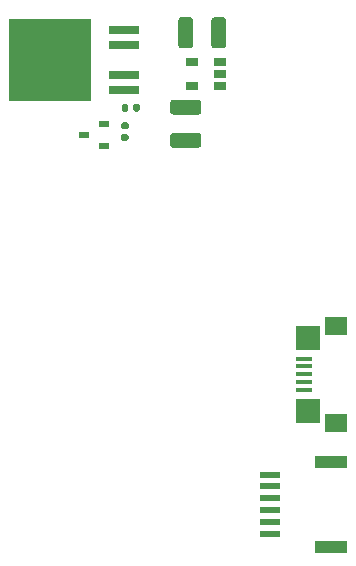
<source format=gbr>
G04 #@! TF.GenerationSoftware,KiCad,Pcbnew,(5.1.6-0-10_14)*
G04 #@! TF.CreationDate,2020-07-22T10:43:18+09:00*
G04 #@! TF.ProjectId,signaltower_host,7369676e-616c-4746-9f77-65725f686f73,rev?*
G04 #@! TF.SameCoordinates,Original*
G04 #@! TF.FileFunction,Paste,Top*
G04 #@! TF.FilePolarity,Positive*
%FSLAX46Y46*%
G04 Gerber Fmt 4.6, Leading zero omitted, Abs format (unit mm)*
G04 Created by KiCad (PCBNEW (5.1.6-0-10_14)) date 2020-07-22 10:43:18*
%MOMM*%
%LPD*%
G01*
G04 APERTURE LIST*
%ADD10R,2.800000X1.000000*%
%ADD11R,1.700000X0.600000*%
%ADD12R,7.000000X7.000000*%
%ADD13R,2.500000X0.760000*%
%ADD14R,0.900000X0.600000*%
%ADD15R,1.350000X0.400000*%
%ADD16R,1.900000X1.600000*%
%ADD17R,2.000000X2.100000*%
%ADD18R,1.000000X0.800000*%
%ADD19R,1.000000X0.700000*%
G04 APERTURE END LIST*
D10*
X132200000Y-90200000D03*
X132200000Y-97400000D03*
D11*
X127050000Y-91300000D03*
X127050000Y-92300000D03*
X127050000Y-93300000D03*
X127050000Y-94300000D03*
X127050000Y-95300000D03*
X127050000Y-96300000D03*
D12*
X108400000Y-56200000D03*
D13*
X114650000Y-57470000D03*
X114650000Y-58740000D03*
X114650000Y-53660000D03*
X114650000Y-54930000D03*
D14*
X111300000Y-62550000D03*
X113000000Y-61600000D03*
X113000000Y-63500000D03*
D15*
X129925000Y-83450000D03*
X129925000Y-82800000D03*
X129925000Y-82150000D03*
X129925000Y-84100000D03*
D16*
X132600000Y-78700000D03*
D17*
X130250000Y-79700000D03*
D16*
X132600000Y-86900000D03*
D15*
X129925000Y-81500000D03*
D17*
X130250000Y-85900000D03*
D18*
X120400000Y-58400000D03*
X120400000Y-56400000D03*
X122800000Y-56400000D03*
X122800000Y-58400000D03*
D19*
X122800000Y-57400000D03*
G36*
G01*
X115060000Y-60077500D02*
X115060000Y-60422500D01*
G75*
G02*
X114912500Y-60570000I-147500J0D01*
G01*
X114617500Y-60570000D01*
G75*
G02*
X114470000Y-60422500I0J147500D01*
G01*
X114470000Y-60077500D01*
G75*
G02*
X114617500Y-59930000I147500J0D01*
G01*
X114912500Y-59930000D01*
G75*
G02*
X115060000Y-60077500I0J-147500D01*
G01*
G37*
G36*
G01*
X116030000Y-60077500D02*
X116030000Y-60422500D01*
G75*
G02*
X115882500Y-60570000I-147500J0D01*
G01*
X115587500Y-60570000D01*
G75*
G02*
X115440000Y-60422500I0J147500D01*
G01*
X115440000Y-60077500D01*
G75*
G02*
X115587500Y-59930000I147500J0D01*
G01*
X115882500Y-59930000D01*
G75*
G02*
X116030000Y-60077500I0J-147500D01*
G01*
G37*
G36*
G01*
X114922500Y-62075000D02*
X114577500Y-62075000D01*
G75*
G02*
X114430000Y-61927500I0J147500D01*
G01*
X114430000Y-61632500D01*
G75*
G02*
X114577500Y-61485000I147500J0D01*
G01*
X114922500Y-61485000D01*
G75*
G02*
X115070000Y-61632500I0J-147500D01*
G01*
X115070000Y-61927500D01*
G75*
G02*
X114922500Y-62075000I-147500J0D01*
G01*
G37*
G36*
G01*
X114922500Y-63045000D02*
X114577500Y-63045000D01*
G75*
G02*
X114430000Y-62897500I0J147500D01*
G01*
X114430000Y-62602500D01*
G75*
G02*
X114577500Y-62455000I147500J0D01*
G01*
X114922500Y-62455000D01*
G75*
G02*
X115070000Y-62602500I0J-147500D01*
G01*
X115070000Y-62897500D01*
G75*
G02*
X114922500Y-63045000I-147500J0D01*
G01*
G37*
G36*
G01*
X122075000Y-54975000D02*
X122075000Y-52825000D01*
G75*
G02*
X122325000Y-52575000I250000J0D01*
G01*
X123075000Y-52575000D01*
G75*
G02*
X123325000Y-52825000I0J-250000D01*
G01*
X123325000Y-54975000D01*
G75*
G02*
X123075000Y-55225000I-250000J0D01*
G01*
X122325000Y-55225000D01*
G75*
G02*
X122075000Y-54975000I0J250000D01*
G01*
G37*
G36*
G01*
X119275000Y-54975000D02*
X119275000Y-52825000D01*
G75*
G02*
X119525000Y-52575000I250000J0D01*
G01*
X120275000Y-52575000D01*
G75*
G02*
X120525000Y-52825000I0J-250000D01*
G01*
X120525000Y-54975000D01*
G75*
G02*
X120275000Y-55225000I-250000J0D01*
G01*
X119525000Y-55225000D01*
G75*
G02*
X119275000Y-54975000I0J250000D01*
G01*
G37*
G36*
G01*
X118825000Y-62375000D02*
X120975000Y-62375000D01*
G75*
G02*
X121225000Y-62625000I0J-250000D01*
G01*
X121225000Y-63375000D01*
G75*
G02*
X120975000Y-63625000I-250000J0D01*
G01*
X118825000Y-63625000D01*
G75*
G02*
X118575000Y-63375000I0J250000D01*
G01*
X118575000Y-62625000D01*
G75*
G02*
X118825000Y-62375000I250000J0D01*
G01*
G37*
G36*
G01*
X118825000Y-59575000D02*
X120975000Y-59575000D01*
G75*
G02*
X121225000Y-59825000I0J-250000D01*
G01*
X121225000Y-60575000D01*
G75*
G02*
X120975000Y-60825000I-250000J0D01*
G01*
X118825000Y-60825000D01*
G75*
G02*
X118575000Y-60575000I0J250000D01*
G01*
X118575000Y-59825000D01*
G75*
G02*
X118825000Y-59575000I250000J0D01*
G01*
G37*
M02*

</source>
